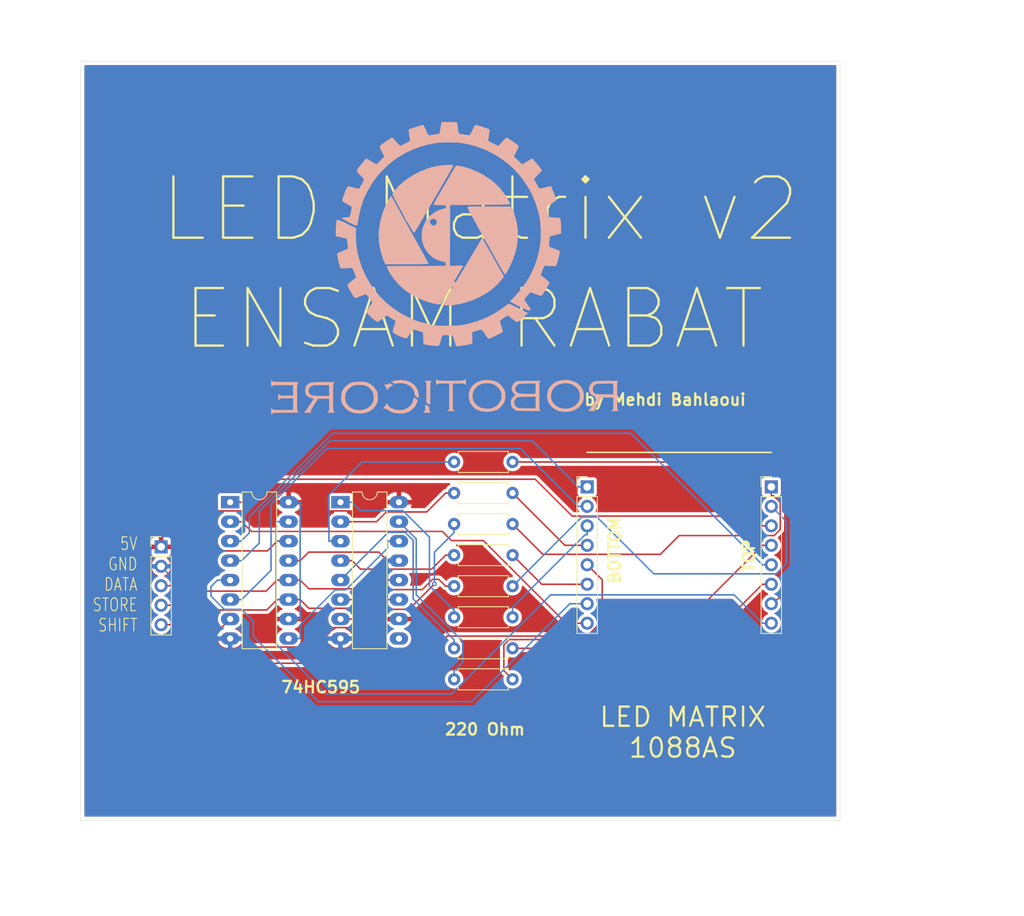
<source format=kicad_pcb>
(kicad_pcb (version 20240108) (generator "pcbnew") (generator_version "8.0")
  (layers (0 "F.Cu" signal) (31 "B.Cu" signal) (34 "B.Paste" user) (35 "F.Paste" user) (36 "B.SilkS" user "B.Silkscreen") (37 "F.SilkS" user "F.Silkscreen") (38 "B.Mask" user) (39 "F.Mask" user) (44 "Edge.Cuts" user))
  (net 0 "")
  (net 1 "Net-(Columns1-QB)")
  (net 2 "Net-(Columns1-QD)")
  (net 3 "Net-(Columns1-QH)")
  (net 4 "+5V")
  (net 5 "Net-(Columns1-QC)")
  (net 6 "GND")
  (net 7 "Net-(Columns1-SRCLK)")
  (net 8 "Net-(Columns1-QE)")
  (net 9 "Net-(Columns1-QG)")
  (net 10 "Net-(Columns1-RCLK)")
  (net 11 "Net-(Columns1-QF)")
  (net 12 "Net-(Columns1-SER)")
  (net 14 "Net-(Columns1-QA)")
  (net 15 "Net-(J1-Pin_3)")
  (net 16 "Net-(BOTTOM1-Pin_3)")
  (net 17 "Net-(BOTTOM1-Pin_7)")
  (net 18 "Net-(BOTTOM1-Pin_2)")
  (net 19 "Net-(BOTTOM1-Pin_8)")
  (net 20 "Net-(BOTTOM1-Pin_5)")
  (net 21 "Net-(BOTTOM1-Pin_1)")
  (net 22 "Net-(BOTTOM1-Pin_6)")
  (net 23 "Net-(BOTTOM1-Pin_4)")
  (net 24 "Net-(TOP1-Pin_4)")
  (net 25 "Net-(TOP1-Pin_7)")
  (net 26 "Net-(TOP1-Pin_6)")
  (net 27 "Net-(TOP1-Pin_2)")
  (net 28 "Net-(TOP1-Pin_1)")
  (net 29 "Net-(Rows1-QD)")
  (net 30 "Net-(Rows1-QA)")
  (net 31 "Net-(Rows1-QB)")
  (footprint "Connector_PinHeader_2.54mm:PinHeader_1x08_P2.54mm_Vertical" (layer "F.Cu") (at 147.04 115.5)
    (property "Reference" "TOP1" (hide yes))
    (property "Value" "Conn_01x08_Pin" (hide yes))
    (pad "1" thru_hole rect (at 0 0) (size 1.7 1.7) (drill 1) (layers "*.Cu" "*.Mask") (net 28 "Net-(TOP1-Pin_1)"))
    (pad "2" thru_hole oval (at 0 2.54) (size 1.7 1.7) (drill 1) (layers "*.Cu" "*.Mask") (net 27 "Net-(TOP1-Pin_2)"))
    (pad "3" thru_hole oval (at 0 5.08) (size 1.7 1.7) (drill 1) (layers "*.Cu" "*.Mask") (net 31 "Net-(Rows1-QB)"))
    (pad "4" thru_hole oval (at 0 7.62) (size 1.7 1.7) (drill 1) (layers "*.Cu" "*.Mask") (net 24 "Net-(TOP1-Pin_4)"))
    (pad "5" thru_hole oval (at 0 10.16) (size 1.7 1.7) (drill 1) (layers "*.Cu" "*.Mask") (net 29 "Net-(Rows1-QD)"))
    (pad "6" thru_hole oval (at 0 12.7) (size 1.7 1.7) (drill 1) (layers "*.Cu" "*.Mask") (net 26 "Net-(TOP1-Pin_6)"))
    (pad "7" thru_hole oval (at 0 15.24) (size 1.7 1.7) (drill 1) (layers "*.Cu" "*.Mask") (net 25 "Net-(TOP1-Pin_7)"))
    (pad "8" thru_hole oval (at 0 17.78) (size 1.7 1.7) (drill 1) (layers "*.Cu" "*.Mask") (net 30 "Net-(Rows1-QA)"))
  )
  (footprint "Resistor_THT:R_Axial_DIN0207_L6.3mm_D2.5mm_P7.62mm_Horizontal" (layer "F.Cu") (at 113.31 132.5 180)
    (property "Reference" "R2" (hide yes))
    (property "Value" "R" (hide yes))
    (pad "1" thru_hole circle (at 0 0 180) (size 1.6 1.6) (drill 0.8) (layers "*.Cu" "*.Mask") (net 16 "Net-(BOTTOM1-Pin_3)"))
    (pad "2" thru_hole oval (at 7.62 0 180) (size 1.6 1.6) (drill 0.8) (layers "*.Cu" "*.Mask") (net 1 "Net-(Columns1-QB)"))
  )
  (footprint "Resistor_THT:R_Axial_DIN0207_L6.3mm_D2.5mm_P7.62mm_Horizontal" (layer "F.Cu") (at 113.31 124.4 180)
    (property "Reference" "R5" (hide yes))
    (property "Value" "R" (hide yes))
    (pad "1" thru_hole circle (at 0 0 180) (size 1.6 1.6) (drill 0.8) (layers "*.Cu" "*.Mask") (net 22 "Net-(BOTTOM1-Pin_6)"))
    (pad "2" thru_hole oval (at 7.62 0 180) (size 1.6 1.6) (drill 0.8) (layers "*.Cu" "*.Mask") (net 8 "Net-(Columns1-QE)"))
  )
  (footprint "Resistor_THT:R_Axial_DIN0207_L6.3mm_D2.5mm_P7.62mm_Horizontal" (layer "F.Cu") (at 113.31 136.55 180)
    (property "Reference" "R6" (hide yes))
    (property "Value" "R" (hide yes))
    (pad "1" thru_hole circle (at 0 0 180) (size 1.6 1.6) (drill 0.8) (layers "*.Cu" "*.Mask") (net 26 "Net-(TOP1-Pin_6)"))
    (pad "2" thru_hole oval (at 7.62 0 180) (size 1.6 1.6) (drill 0.8) (layers "*.Cu" "*.Mask") (net 11 "Net-(Columns1-QF)"))
  )
  (footprint "Resistor_THT:R_Axial_DIN0207_L6.3mm_D2.5mm_P7.62mm_Horizontal" (layer "F.Cu") (at 113.31 120.35 180)
    (property "Reference" "R8" (hide yes))
    (property "Value" "R" (hide yes))
    (pad "1" thru_hole circle (at 0 0 180) (size 1.6 1.6) (drill 0.8) (layers "*.Cu" "*.Mask") (net 28 "Net-(TOP1-Pin_1)"))
    (pad "2" thru_hole oval (at 7.62 0 180) (size 1.6 1.6) (drill 0.8) (layers "*.Cu" "*.Mask") (net 3 "Net-(Columns1-QH)"))
  )
  (footprint "Package_DIP:DIP-16_W7.62mm_LongPads" (layer "F.Cu") (at 76.5 117.5)
    (property "Reference" "Rows1" (hide yes))
    (property "Value" "74HC595" (hide yes))
    (pad "1" thru_hole rect (at 0 0) (size 2.4 1.6) (drill 0.8) (layers "*.Cu" "*.Mask") (net 31 "Net-(Rows1-QB)"))
    (pad "2" thru_hole oval (at 0 2.54) (size 2.4 1.6) (drill 0.8) (layers "*.Cu" "*.Mask") (net 19 "Net-(BOTTOM1-Pin_8)"))
    (pad "3" thru_hole oval (at 0 5.08) (size 2.4 1.6) (drill 0.8) (layers "*.Cu" "*.Mask") (net 29 "Net-(Rows1-QD)"))
    (pad "4" thru_hole oval (at 0 7.62) (size 2.4 1.6) (drill 0.8) (layers "*.Cu" "*.Mask") (net 21 "Net-(BOTTOM1-Pin_1)"))
    (pad "5" thru_hole oval (at 0 10.16) (size 2.4 1.6) (drill 0.8) (layers "*.Cu" "*.Mask") (net 17 "Net-(BOTTOM1-Pin_7)"))
    (pad "6" thru_hole oval (at 0 12.7) (size 2.4 1.6) (drill 0.8) (layers "*.Cu" "*.Mask") (net 18 "Net-(BOTTOM1-Pin_2)"))
    (pad "7" thru_hole oval (at 0 15.24) (size 2.4 1.6) (drill 0.8) (layers "*.Cu" "*.Mask") (net 20 "Net-(BOTTOM1-Pin_5)"))
    (pad "8" thru_hole oval (at 0 17.78) (size 2.4 1.6) (drill 0.8) (layers "*.Cu" "*.Mask") (net 6 "GND"))
    (pad "9" thru_hole oval (at 7.62 17.78) (size 2.4 1.6) (drill 0.8) (layers "*.Cu" "*.Mask") (net 12 "Net-(Columns1-SER)"))
    (pad "10" thru_hole oval (at 7.62 15.24) (size 2.4 1.6) (drill 0.8) (layers "*.Cu" "*.Mask") (net 4 "+5V"))
    (pad "11" thru_hole oval (at 7.62 12.7) (size 2.4 1.6) (drill 0.8) (layers "*.Cu" "*.Mask") (net 7 "Net-(Columns1-SRCLK)"))
    (pad "12" thru_hole oval (at 7.62 10.16) (size 2.4 1.6) (drill 0.8) (layers "*.Cu" "*.Mask") (net 10 "Net-(Columns1-RCLK)"))
    (pad "13" thru_hole oval (at 7.62 7.62) (size 2.4 1.6) (drill 0.8) (layers "*.Cu" "*.Mask") (net 6 "GND"))
    (pad "14" thru_hole oval (at 7.62 5.08) (size 2.4 1.6) (drill 0.8) (layers "*.Cu" "*.Mask") (net 15 "Net-(J1-Pin_3)"))
    (pad "15" thru_hole oval (at 7.62 2.54) (size 2.4 1.6) (drill 0.8) (layers "*.Cu" "*.Mask") (net 30 "Net-(Rows1-QA)"))
    (pad "16" thru_hole oval (at 7.62 0) (size 2.4 1.6) (drill 0.8) (layers "*.Cu" "*.Mask") (net 4 "+5V"))
  )
  (footprint "Connector_PinHeader_2.54mm:PinHeader_1x05_P2.54mm_Vertical" (layer "F.Cu") (at 67.5 123.3191)
    (property "Reference" "J1" (hide yes))
    (property "Value" "Conn_01x05_Pin" (hide yes))
    (pad "1" thru_hole rect (at 0 0) (size 1.7 1.7) (drill 1) (layers "*.Cu" "*.Mask") (net 4 "+5V"))
    (pad "2" thru_hole oval (at 0 2.54) (size 1.7 1.7) (drill 1) (layers "*.Cu" "*.Mask") (net 6 "GND"))
    (pad "3" thru_hole oval (at 0 5.08) (size 1.7 1.7) (drill 1) (layers "*.Cu" "*.Mask") (net 15 "Net-(J1-Pin_3)"))
    (pad "4" thru_hole oval (at 0 7.62) (size 1.7 1.7) (drill 1) (layers "*.Cu" "*.Mask") (net 10 "Net-(Columns1-RCLK)"))
    (pad "5" thru_hole oval (at 0 10.16) (size 1.7 1.7) (drill 1) (layers "*.Cu" "*.Mask") (net 7 "Net-(Columns1-SRCLK)"))
  )
  (footprint "Resistor_THT:R_Axial_DIN0207_L6.3mm_D2.5mm_P7.62mm_Horizontal" (layer "F.Cu") (at 113.31 112.25 180)
    (property "Reference" "R4" (hide yes))
    (property "Value" "R" (hide yes))
    (pad "1" thru_hole circle (at 0 0 180) (size 1.6 1.6) (drill 0.8) (layers "*.Cu" "*.Mask") (net 25 "Net-(TOP1-Pin_7)"))
    (pad "2" thru_hole oval (at 7.62 0 180) (size 1.6 1.6) (drill 0.8) (layers "*.Cu" "*.Mask") (net 2 "Net-(Columns1-QD)"))
  )
  (footprint "Package_DIP:DIP-16_W7.62mm_LongPads" (layer "F.Cu") (at 90.88 117.5)
    (property "Reference" "Columns1" (hide yes))
    (property "Value" "74HC595" (hide yes))
    (pad "1" thru_hole rect (at 0 0) (size 2.4 1.6) (drill 0.8) (layers "*.Cu" "*.Mask") (net 1 "Net-(Columns1-QB)"))
    (pad "2" thru_hole oval (at 0 2.54) (size 2.4 1.6) (drill 0.8) (layers "*.Cu" "*.Mask") (net 5 "Net-(Columns1-QC)"))
    (pad "3" thru_hole oval (at 0 5.08) (size 2.4 1.6) (drill 0.8) (layers "*.Cu" "*.Mask") (net 2 "Net-(Columns1-QD)"))
    (pad "4" thru_hole oval (at 0 7.62) (size 2.4 1.6) (drill 0.8) (layers "*.Cu" "*.Mask") (net 8 "Net-(Columns1-QE)"))
    (pad "5" thru_hole oval (at 0 10.16) (size 2.4 1.6) (drill 0.8) (layers "*.Cu" "*.Mask") (net 11 "Net-(Columns1-QF)"))
    (pad "6" thru_hole oval (at 0 12.7) (size 2.4 1.6) (drill 0.8) (layers "*.Cu" "*.Mask") (net 9 "Net-(Columns1-QG)"))
    (pad "7" thru_hole oval (at 0 15.24) (size 2.4 1.6) (drill 0.8) (layers "*.Cu" "*.Mask") (net 3 "Net-(Columns1-QH)"))
    (pad "8" thru_hole oval (at 0 17.78) (size 2.4 1.6) (drill 0.8) (layers "*.Cu" "*.Mask") (net 6 "GND"))
    (pad "9" thru_hole oval (at 7.62 17.78) (size 2.4 1.6) (drill 0.8) (layers "*.Cu" "*.Mask"))
    (pad "10" thru_hole oval (at 7.62 15.24) (size 2.4 1.6) (drill 0.8) (layers "*.Cu" "*.Mask") (net 4 "+5V"))
    (pad "11" thru_hole oval (at 7.62 12.7) (size 2.4 1.6) (drill 0.8) (layers "*.Cu" "*.Mask") (net 7 "Net-(Columns1-SRCLK)"))
    (pad "12" thru_hole oval (at 7.62 10.16) (size 2.4 1.6) (drill 0.8) (layers "*.Cu" "*.Mask") (net 10 "Net-(Columns1-RCLK)"))
    (pad "13" thru_hole oval (at 7.62 7.62) (size 2.4 1.6) (drill 0.8) (layers "*.Cu" "*.Mask") (net 6 "GND"))
    (pad "14" thru_hole oval (at 7.62 5.08) (size 2.4 1.6) (drill 0.8) (layers "*.Cu" "*.Mask") (net 12 "Net-(Columns1-SER)"))
    (pad "15" thru_hole oval (at 7.62 2.54) (size 2.4 1.6) (drill 0.8) (layers "*.Cu" "*.Mask") (net 14 "Net-(Columns1-QA)"))
    (pad "16" thru_hole oval (at 7.62 0) (size 2.4 1.6) (drill 0.8) (layers "*.Cu" "*.Mask") (net 4 "+5V"))
  )
  (footprint "Connector_PinHeader_2.54mm:PinHeader_1x08_P2.54mm_Vertical" (layer "F.Cu") (at 123.04 115.5)
    (property "Reference" "BOTTOM1" (hide yes))
    (property "Value" "Conn_01x08_Pin" (hide yes))
    (pad "1" thru_hole rect (at 0 0) (size 1.7 1.7) (drill 1) (layers "*.Cu" "*.Mask") (net 21 "Net-(BOTTOM1-Pin_1)"))
    (pad "2" thru_hole oval (at 0 2.54) (size 1.7 1.7) (drill 1) (layers "*.Cu" "*.Mask") (net 18 "Net-(BOTTOM1-Pin_2)"))
    (pad "3" thru_hole oval (at 0 5.08) (size 1.7 1.7) (drill 1) (layers "*.Cu" "*.Mask") (net 16 "Net-(BOTTOM1-Pin_3)"))
    (pad "4" thru_hole oval (at 0 7.62) (size 1.7 1.7) (drill 1) (layers "*.Cu" "*.Mask") (net 23 "Net-(BOTTOM1-Pin_4)"))
    (pad "5" thru_hole oval (at 0 10.16) (size 1.7 1.7) (drill 1) (layers "*.Cu" "*.Mask") (net 20 "Net-(BOTTOM1-Pin_5)"))
    (pad "6" thru_hole oval (at 0 12.7) (size 1.7 1.7) (drill 1) (layers "*.Cu" "*.Mask") (net 22 "Net-(BOTTOM1-Pin_6)"))
    (pad "7" thru_hole oval (at 0 15.24) (size 1.7 1.7) (drill 1) (layers "*.Cu" "*.Mask") (net 17 "Net-(BOTTOM1-Pin_7)"))
    (pad "8" thru_hole oval (at 0 17.78) (size 1.7 1.7) (drill 1) (layers "*.Cu" "*.Mask") (net 19 "Net-(BOTTOM1-Pin_8)"))
  )
  (footprint "Resistor_THT:R_Axial_DIN0207_L6.3mm_D2.5mm_P7.62mm_Horizontal" (layer "F.Cu") (at 113.31 128.45 180)
    (property "Reference" "R7" (hide yes))
    (property "Value" "R" (hide yes))
    (pad "1" thru_hole circle (at 0 0 180) (size 1.6 1.6) (drill 0.8) (layers "*.Cu" "*.Mask") (net 27 "Net-(TOP1-Pin_2)"))
    (pad "2" thru_hole oval (at 7.62 0 180) (size 1.6 1.6) (drill 0.8) (layers "*.Cu" "*.Mask") (net 9 "Net-(Columns1-QG)"))
  )
  (footprint "Resistor_THT:R_Axial_DIN0207_L6.3mm_D2.5mm_P7.62mm_Horizontal" (layer "F.Cu") (at 113.31 116.3 180)
    (property "Reference" "R3" (hide yes))
    (property "Value" "R" (hide yes))
    (pad "1" thru_hole circle (at 0 0 180) (size 1.6 1.6) (drill 0.8) (layers "*.Cu" "*.Mask") (net 23 "Net-(BOTTOM1-Pin_4)"))
    (pad "2" thru_hole oval (at 7.62 0 180) (size 1.6 1.6) (drill 0.8) (layers "*.Cu" "*.Mask") (net 5 "Net-(Columns1-QC)"))
  )
  (footprint "Resistor_THT:R_Axial_DIN0207_L6.3mm_D2.5mm_P7.62mm_Horizontal" (layer "F.Cu") (at 113.31 140.6 180)
    (property "Reference" "R1" (hide yes))
    (property "Value" "R" (hide yes))
    (pad "1" thru_hole circle (at 0 0 180) (size 1.6 1.6) (drill 0.8) (layers "*.Cu" "*.Mask") (net 24 "Net-(TOP1-Pin_4)"))
    (pad "2" thru_hole oval (at 7.62 0 180) (size 1.6 1.6) (drill 0.8) (layers "*.Cu" "*.Mask") (net 14 "Net-(Columns1-QA)"))
  )
  (footprint "Desktop:RobotiCore" (layer "B.Cu") (at 105.204107 89.503491 180)
    (property "Reference" "G***" (at 0 0 0) (layer "B.SilkS") (effects (font (size 1.5 1.5) (thickness 0.3)) (justify mirror)))
    (property "Value" "LOGO" (hide yes))
  )
  (gr_line (start 123.04 111.00005) (end 147.04 111.00005) (stroke (width 0.2)) (layer "F.SilkS"))
  (gr_rect (start 57 60) (end 156 159) (stroke (width 0.05)) (fill none) (layer "Edge.Cuts"))
  (gr_text "BOTTOM" (at 127.5 128.2759 90) (layer "F.SilkS") (effects (font (size 1.5 1.5) (thickness 0.3) (bold yes)) (justify left bottom)))
  (gr_text "LED MATRIX\n1088AS" (at 135.5 151 0) (layer "F.SilkS") (effects (font (size 2.5 2.5) (thickness 0.3) (bold yes)) (justify bottom)))
  (gr_text "LED Matrix v2\n" (at 67 84 0) (layer "F.SilkS") (effects (font (size 8 8) (thickness 0.3) (bold yes)) (justify left bottom)))
  (gr_text "74HC595" (at 83 142.5 0) (layer "F.SilkS") (effects (font (size 1.5 1.5) (thickness 0.3) (bold yes)) (justify left bottom)))
  (gr_text "TOP" (at 145 126.7759 90) (layer "F.SilkS") (effects (font (size 1.5 1.5) (thickness 0.3) (bold yes)) (justify left bottom)))
  (gr_text "by Mehdi Bahlaoui" (at 122.5 105 0) (layer "F.SilkS") (effects (font (size 1.5 1.5) (thickness 0.3) (bold yes)) (justify left bottom)))
  (gr_text "220 Ohm\n" (at 104.335 148 0) (layer "F.SilkS") (effects (font (size 1.5 1.5) (thickness 0.3) (bold yes)) (justify left bottom)))
  (gr_text "ENSAM RABAT" (at 70 98 0) (layer "F.SilkS") (effects (font (size 7.5 7.5) (thickness 0.3) (bold yes)) (justify left bottom)))
  (gr_text "5V\nGND\nDATA\nSTORE\nSHIFT" (at 64.5 134.5 0) (layer "F.SilkS") (effects (font (size 1.65 1.25) (thickness 0.125)) (justify right bottom)))
  (segment (start 105.4617 131.3983) (end 105.69 131.3983) (width 0.2) (layer "B.Cu") (net 1))
  (segment (start 102.4766 122.0552) (end 102.4766 128.4132) (width 0.2) (layer "B.Cu") (net 1))
  (segment (start 92.3817 117.5) (end 93.4834 118.6017) (width 0.2) (layer "B.Cu") (net 1))
  (segment (start 102.4766 128.4132) (end 105.4617 131.3983) (width 0.2) (layer "B.Cu") (net 1))
  (segment (start 105.69 132.5) (end 105.69 131.3983) (width 0.2) (layer "B.Cu") (net 1))
  (segment (start 93.4834 118.6017) (end 99.0231 118.6017) (width 0.2) (layer "B.Cu") (net 1))
  (segment (start 90.88 117.5) (end 92.3817 117.5) (width 0.2) (layer "B.Cu") (net 1))
  (segment (start 99.0231 118.6017) (end 102.4766 122.0552) (width 0.2) (layer "B.Cu") (net 1))
  (segment (start 89.3783 122.58) (end 89.3783 116.5475) (width 0.2) (layer "B.Cu") (net 2))
  (segment (start 93.6758 112.25) (end 104.5883 112.25) (width 0.2) (layer "B.Cu") (net 2))
  (segment (start 89.3783 116.5475) (end 93.6758 112.25) (width 0.2) (layer "B.Cu") (net 2))
  (segment (start 105.69 112.25) (end 104.5883 112.25) (width 0.2) (layer "B.Cu") (net 2))
  (segment (start 90.88 122.58) (end 89.3783 122.58) (width 0.2) (layer "B.Cu") (net 2))
  (segment (start 90.88 132.74) (end 95.5839 132.74) (width 0.2) (layer "F.Cu") (net 3))
  (segment (start 95.5839 132.74) (end 96.8539 131.47) (width 0.2) (layer "F.Cu") (net 3))
  (segment (start 99.8178 131.47) (end 103.1318 128.156) (width 0.2) (layer "F.Cu") (net 3))
  (segment (start 96.8539 131.47) (end 99.8178 131.47) (width 0.2) (layer "F.Cu") (net 3))
  (via (at 103.1318 128.156) (size 0.6) (drill 0.3) (layers "F.Cu" "B.Cu") (net 3))
  (segment (start 103.1318 124.0099) (end 105.69 121.4517) (width 0.2) (layer "B.Cu") (net 3))
  (segment (start 103.1318 128.156) (end 103.1318 124.0099) (width 0.2) (layer "B.Cu") (net 3))
  (segment (start 105.69 120.35) (end 105.69 121.4517) (width 0.2) (layer "B.Cu") (net 3))
  (segment (start 68.6517 123.3191) (end 73.3424 118.6284) (width 0.2) (layer "F.Cu") (net 4))
  (segment (start 95.8872 133.8511) (end 86.7328 133.8511) (width 0.2) (layer "F.Cu") (net 4))
  (segment (start 81.4899 118.6284) (end 82.6183 117.5) (width 0.2) (layer "F.Cu") (net 4))
  (segment (start 67.5 123.3191) (end 68.6517 123.3191) (width 0.2) (layer "F.Cu") (net 4))
  (segment (start 73.3424 118.6284) (end 81.4899 118.6284) (width 0.2) (layer "F.Cu") (net 4))
  (segment (start 98.5 132.74) (end 96.9983 132.74) (width 0.2) (layer "F.Cu") (net 4))
  (segment (start 96.9983 132.74) (end 95.8872 133.8511) (width 0.2) (layer "F.Cu") (net 4))
  (segment (start 84.12 117.5) (end 82.6183 117.5) (width 0.2) (layer "F.Cu") (net 4))
  (segment (start 96.9983 117.5) (end 95.87 118.6283) (width 0.2) (layer "F.Cu") (net 4))
  (segment (start 95.87 118.6283) (end 86.75 118.6283) (width 0.2) (layer "F.Cu") (net 4))
  (segment (start 98.5 117.5) (end 96.9983 117.5) (width 0.2) (layer "F.Cu") (net 4))
  (segment (start 84.12 132.74) (end 85.6217 132.74) (width 0.2) (layer "F.Cu") (net 4))
  (segment (start 86.75 118.6283) (end 85.6217 117.5) (width 0.2) (layer "F.Cu") (net 4))
  (segment (start 84.12 117.5) (end 85.6217 117.5) (width 0.2) (layer "F.Cu") (net 4))
  (segment (start 86.7328 133.8511) (end 85.6217 132.74) (width 0.2) (layer "F.Cu") (net 4))
  (segment (start 84.12 132.74) (end 85.6217 132.74) (width 0.2) (layer "B.Cu") (net 4))
  (segment (start 85.6217 132.74) (end 85.6217 117.5) (width 0.2) (layer "B.Cu") (net 4))
  (segment (start 84.12 117.5) (end 85.6217 117.5) (width 0.2) (layer "B.Cu") (net 4))
  (segment (start 105.69 116.3) (end 104.5883 116.3) (width 0.2) (layer "F.Cu") (net 5))
  (segment (start 95.5839 120.04) (end 96.8539 118.77) (width 0.2) (layer "F.Cu") (net 5))
  (segment (start 90.88 120.04) (end 95.5839 120.04) (width 0.2) (layer "F.Cu") (net 5))
  (segment (start 102.1183 118.77) (end 104.5883 116.3) (width 0.2) (layer "F.Cu") (net 5))
  (segment (start 96.8539 118.77) (end 102.1183 118.77) (width 0.2) (layer "F.Cu") (net 5))
  (segment (start 95.8871 124.0088) (end 86.7329 124.0088) (width 0.2) (layer "F.Cu") (net 6))
  (segment (start 84.12 125.12) (end 85.6217 125.12) (width 0.2) (layer "F.Cu") (net 6))
  (segment (start 98.5 125.12) (end 96.9983 125.12) (width 0.2) (layer "F.Cu") (net 6))
  (segment (start 79.1098 136.3881) (end 78.0017 135.28) (width 0.2) (layer "F.Cu") (net 6))
  (segment (start 90.88 135.28) (end 89.3783 135.28) (width 0.2) (layer "F.Cu") (net 6))
  (segment (start 89.3783 135.28) (end 88.2702 136.3881) (width 0.2) (layer "F.Cu") (net 6))
  (segment (start 86.7329 124.0088) (end 85.6217 125.12) (width 0.2) (layer "F.Cu") (net 6))
  (segment (start 96.9983 125.12) (end 95.8871 124.0088) (width 0.2) (layer "F.Cu") (net 6))
  (segment (start 76.5 135.28) (end 78.0017 135.28) (width 0.2) (layer "F.Cu") (net 6))
  (segment (start 88.2702 136.3881) (end 79.1098 136.3881) (width 0.2) (layer "F.Cu") (net 6))
  (segment (start 72.5 130.8591) (end 72.5 133) (width 0.2) (layer "B.Cu") (net 6))
  (segment (start 67.5 125.8591) (end 72.5 130.8591) (width 0.2) (layer "B.Cu") (net 6))
  (segment (start 72.5 133) (end 74.78 135.28) (width 0.2) (layer "B.Cu") (net 6))
  (segment (start 96.9983 130.6634) (end 92.3817 135.28) (width 0.2) (layer "B.Cu") (net 6))
  (segment (start 98.5 125.12) (end 96.9983 125.12) (width 0.2) (layer "B.Cu") (net 6))
  (segment (start 96.9983 125.12) (end 96.9983 130.6634) (width 0.2) (layer "B.Cu") (net 6))
  (segment (start 90.88 135.28) (end 92.3817 135.28) (width 0.2) (layer "B.Cu") (net 6))
  (segment (start 74.78 135.28) (end 76.5 135.28) (width 0.2) (layer "B.Cu") (net 6))
  (segment (start 84.12 130.2) (end 82.6183 130.2) (width 0.2) (layer "F.Cu") (net 7))
  (segment (start 95.87 131.3283) (end 86.75 131.3283) (width 0.2) (layer "F.Cu") (net 7))
  (segment (start 81.2633 131.555) (end 82.6183 130.2) (width 0.2) (layer "F.Cu") (net 7))
  (segment (start 96.9983 130.2) (end 95.87 131.3283) (width 0.2) (layer "F.Cu") (net 7))
  (segment (start 70.5758 131.555) (end 81.2633 131.555) (width 0.2) (layer "F.Cu") (net 7))
  (segment (start 67.5 133.4791) (end 68.6517 133.4791) (width 0.2) (layer "F.Cu") (net 7))
  (segment (start 98.5 130.2) (end 96.9983 130.2) (width 0.2) (layer "F.Cu") (net 7))
  (segment (start 86.75 131.3283) (end 85.6217 130.2) (width 0.2) (layer "F.Cu") (net 7))
  (segment (start 68.6517 133.4791) (end 70.5758 131.555) (width 0.2) (layer "F.Cu") (net 7))
  (segment (start 84.12 130.2) (end 85.6217 130.2) (width 0.2) (layer "F.Cu") (net 7))
  (segment (start 105.69 124.4) (end 104.5883 124.4) (width 0.2) (layer "F.Cu") (net 8))
  (segment (start 102.76 126.2283) (end 104.5883 124.4) (width 0.2) (layer "F.Cu") (net 8))
  (segment (start 90.88 125.12) (end 92.3817 125.12) (width 0.2) (layer "F.Cu") (net 8))
  (segment (start 92.3817 125.12) (end 93.49 126.2283) (width 0.2) (layer "F.Cu") (net 8))
  (segment (start 93.49 126.2283) (end 102.76 126.2283) (width 0.2) (layer "F.Cu") (net 8))
  (segment (start 104.5883 128.45) (end 103.6926 127.5543) (width 0.2) (layer "F.Cu") (net 9))
  (segment (start 102.8827 127.5543) (end 101.5387 128.8983) (width 0.2) (layer "F.Cu") (net 9))
  (segment (start 105.69 128.45) (end 104.5883 128.45) (width 0.2) (layer "F.Cu") (net 9))
  (segment (start 96.8856 128.8983) (end 95.5839 130.2) (width 0.2) (layer "F.Cu") (net 9))
  (segment (start 95.5839 130.2) (end 90.88 130.2) (width 0.2) (layer "F.Cu") (net 9))
  (segment (start 101.5387 128.8983) (end 96.8856 128.8983) (width 0.2) (layer "F.Cu") (net 9))
  (segment (start 103.6926 127.5543) (end 102.8827 127.5543) (width 0.2) (layer "F.Cu") (net 9))
  (segment (start 98.5 127.66) (end 96.9983 127.66) (width 0.2) (layer "F.Cu") (net 10))
  (segment (start 96.9983 127.66) (end 95.8699 128.7884) (width 0.2) (layer "F.Cu") (net 10))
  (segment (start 84.12 127.66) (end 82.6183 127.66) (width 0.2) (layer "F.Cu") (net 10))
  (segment (start 68.6517 130.9391) (end 70.4925 129.0983) (width 0.2) (layer "F.Cu") (net 10))
  (segment (start 95.8699 128.7884) (end 86.7501 128.7884) (width 0.2) (layer "F.Cu") (net 10))
  (segment (start 81.18 129.0983) (end 82.6183 127.66) (width 0.2) (layer "F.Cu") (net 10))
  (segment (start 86.7501 128.7884) (end 85.6217 127.66) (width 0.2) (layer "F.Cu") (net 10))
  (segment (start 67.5 130.9391) (end 68.6517 130.9391) (width 0.2) (layer "F.Cu") (net 10))
  (segment (start 70.4925 129.0983) (end 81.18 129.0983) (width 0.2) (layer "F.Cu") (net 10))
  (segment (start 84.12 127.66) (end 85.6217 127.66) (width 0.2) (layer "F.Cu") (net 10))
  (segment (start 105.69 136.55) (end 105.69 135.4483) (width 0.2) (layer "B.Cu") (net 11))
  (segment (start 100.3545 130.1128) (end 105.69 135.4483) (width 0.2) (layer "B.Cu") (net 11))
  (segment (start 97.112 121.428) (end 99.3061 121.428) (width 0.2) (layer "B.Cu") (net 11))
  (segment (start 100.3545 122.4764) (end 100.3545 130.1128) (width 0.2) (layer "B.Cu") (net 11))
  (segment (start 99.3061 121.428) (end 100.3545 122.4764) (width 0.2) (layer "B.Cu") (net 11))
  (segment (start 90.88 127.66) (end 97.112 121.428) (width 0.2) (layer "B.Cu") (net 11))
  (segment (start 91.5869 128.93) (end 96.9983 123.5186) (width 0.2) (layer "B.Cu") (net 12))
  (segment (start 85.6217 135.28) (end 85.6217 133.4953) (width 0.2) (layer "B.Cu") (net 12))
  (segment (start 98.5 122.58) (end 96.9983 122.58) (width 0.2) (layer "B.Cu") (net 12))
  (segment (start 85.6217 133.4953) (end 90.187 128.93) (width 0.2) (layer "B.Cu") (net 12))
  (segment (start 96.9983 123.5186) (end 96.9983 122.58) (width 0.2) (layer "B.Cu") (net 12))
  (segment (start 84.12 135.28) (end 85.6217 135.28) (width 0.2) (layer "B.Cu") (net 12))
  (segment (start 90.187 128.93) (end 91.5869 128.93) (width 0.2) (layer "B.Cu") (net 12))
  (segment (start 98.5 120.04) (end 100.7562 122.2962) (width 0.2) (layer "B.Cu") (net 14))
  (segment (start 106.8124 135.6367) (end 106.8124 138.3759) (width 0.2) (layer "B.Cu") (net 14))
  (segment (start 105.69 140.6) (end 105.69 139.4983) (width 0.2) (layer "B.Cu") (net 14))
  (segment (start 106.8124 138.3759) (end 105.69 139.4983) (width 0.2) (layer "B.Cu") (net 14))
  (segment (start 100.7562 129.5805) (end 106.8124 135.6367) (width 0.2) (layer "B.Cu") (net 14))
  (segment (start 100.7562 122.2962) (end 100.7562 129.5805) (width 0.2) (layer "B.Cu") (net 14))
  (segment (start 84.12 122.58) (end 82.6183 122.58) (width 0.2) (layer "F.Cu") (net 15))
  (segment (start 68.6517 128.3991) (end 73.2008 123.85) (width 0.2) (layer "F.Cu") (net 15))
  (segment (start 81.3483 123.85) (end 82.6183 122.58) (width 0.2) (layer "F.Cu") (net 15))
  (segment (start 67.5 128.3991) (end 68.6517 128.3991) (width 0.2) (layer "F.Cu") (net 15))
  (segment (start 73.2008 123.85) (end 81.3483 123.85) (width 0.2) (layer "F.Cu") (net 15))
  (segment (start 113.31 131.1932) (end 122.7715 121.7317) (width 0.2) (layer "B.Cu") (net 16))
  (segment (start 123.04 120.58) (end 123.04 121.7317) (width 0.2) (layer "B.Cu") (net 16))
  (segment (start 122.7715 121.7317) (end 123.04 121.7317) (width 0.2) (layer "B.Cu") (net 16))
  (segment (start 113.31 132.5) (end 113.31 131.1932) (width 0.2) (layer "B.Cu") (net 16))
  (segment (start 75.7299 131.47) (end 77.97 131.47) (width 0.2) (layer "B.Cu") (net 17))
  (segment (start 79.5 135) (end 88 143.5) (width 0.2) (layer "B.Cu") (net 17))
  (segment (start 74 129.7401) (end 75.7299 131.47) (width 0.2) (layer "B.Cu") (net 17))
  (segment (start 77.97 131.47) (end 79.5 133) (width 0.2) (layer "B.Cu") (net 17))
  (segment (start 74 128.5) (end 74 129.7401) (width 0.2) (layer "B.Cu") (net 17))
  (segment (start 88 143.5) (end 108.0139 143.5) (width 0.2) (layer "B.Cu") (net 17))
  (segment (start 120.7739 130.74) (end 123.04 130.74) (width 0.2) (layer "B.Cu") (net 17))
  (segment (start 79.5 133) (end 79.5 135) (width 0.2) (layer "B.Cu") (net 17))
  (segment (start 74.84 127.66) (end 74 128.5) (width 0.2) (layer "B.Cu") (net 17))
  (segment (start 76.5 127.66) (end 74.84 127.66) (width 0.2) (layer "B.Cu") (net 17))
  (segment (start 108.0139 143.5) (end 120.7739 130.74) (width 0.2) (layer "B.Cu") (net 17))
  (segment (start 76.5 130.2) (end 78.0017 130.2) (width 0.2) (layer "B.Cu") (net 18))
  (segment (start 121.8883 118.04) (end 123.04 118.04) (width 0.2) (layer "B.Cu") (net 18))
  (segment (start 81.8282 117.7833) (end 89.1115 110.5) (width 0.2) (layer "B.Cu") (net 18))
  (segment (start 78.0017 130.2) (end 81.8282 126.3735) (width 0.2) (layer "B.Cu") (net 18))
  (segment (start 81.8282 126.3735) (end 81.8282 117.7833) (width 0.2) (layer "B.Cu") (net 18))
  (segment (start 89.1115 110.5) (end 114.3483 110.5) (width 0.2) (layer "B.Cu") (net 18))
  (segment (start 114.3483 110.5) (end 121.8883 118.04) (width 0.2) (layer "B.Cu") (net 18))
  (segment (start 109.5 122.5) (end 120.28 133.28) (width 0.2) (layer "F.Cu") (net 19))
  (segment (start 78.0017 120.04) (end 79.2717 121.31) (width 0.2) (layer "F.Cu") (net 19))
  (segment (start 104.156 121.31) (end 105.346 122.5) (width 0.2) (layer "F.Cu") (net 19))
  (segment (start 79.2717 121.31) (end 104.156 121.31) (width 0.2) (layer "F.Cu") (net 19))
  (segment (start 120.28 133.28) (end 123.04 133.28) (width 0.2) (layer "F.Cu") (net 19))
  (segment (start 76.5 120.04) (end 78.0017 120.04) (width 0.2) (layer "F.Cu") (net 19))
  (segment (start 105.346 122.5) (end 109.5 122.5) (width 0.2) (layer "F.Cu") (net 19))
  (segment (start 74 135.24) (end 74 136.5) (width 0.2) (layer "F.Cu") (net 20))
  (segment (start 76.5 132.74) (end 74 135.24) (width 0.2) (layer "F.Cu") (net 20))
  (segment (start 123.0419 134.9581) (end 125 133) (width 0.2) (layer "F.Cu") (net 20))
  (segment (start 104.7878 134.9581) (end 123.0419 134.9581) (width 0.2) (layer "F.Cu") (net 20))
  (segment (start 101.2459 138.5) (end 104.7878 134.9581) (width 0.2) (layer "F.Cu") (net 20))
  (segment (start 74 136.5) (end 76 138.5) (width 0.2) (layer "F.Cu") (net 20))
  (segment (start 76 138.5) (end 101.2459 138.5) (width 0.2) (layer "F.Cu") (net 20))
  (segment (start 125 127.62) (end 123.04 125.66) (width 0.2) (layer "F.Cu") (net 20))
  (segment (start 125 133) (end 125 127.62) (width 0.2) (layer "F.Cu") (net 20))
  (segment (start 80.2973 122.8244) (end 80.2973 118.6963) (width 0.2) (layer "B.Cu") (net 21))
  (segment (start 121.8883 115.5) (end 123.04 115.5) (width 0.2) (layer "B.Cu") (net 21))
  (segment (start 115.8883 109.5) (end 121.8883 115.5) (width 0.2) (layer "B.Cu") (net 21))
  (segment (start 80.2973 118.6963) (end 89.4936 109.5) (width 0.2) (layer "B.Cu") (net 21))
  (segment (start 89.4936 109.5) (end 115.8883 109.5) (width 0.2) (layer "B.Cu") (net 21))
  (segment (start 78.0017 125.12) (end 80.2973 122.8244) (width 0.2) (layer "B.Cu") (net 21))
  (segment (start 76.5 125.12) (end 78.0017 125.12) (width 0.2) (layer "B.Cu") (net 21))
  (segment (start 123.04 128.2) (end 121.8883 128.2) (width 0.2) (layer "F.Cu") (net 22))
  (segment (start 121.8883 128.2) (end 117.11 128.2) (width 0.2) (layer "F.Cu") (net 22))
  (segment (start 117.11 128.2) (end 113.31 124.4) (width 0.2) (layer "F.Cu") (net 22))
  (segment (start 120.13 123.12) (end 123.04 123.12) (width 0.2) (layer "F.Cu") (net 23))
  (segment (start 113.31 116.3) (end 120.13 123.12) (width 0.2) (layer "F.Cu") (net 23))
  (segment (start 112.1785 139.4685) (end 112.1785 136.1156) (width 0.2) (layer "F.Cu") (net 24))
  (segment (start 147.04 123.12) (end 145.8883 123.12) (width 0.2) (layer "F.Cu") (net 24))
  (segment (start 133.5936 135.4147) (end 145.8883 123.12) (width 0.2) (layer "F.Cu") (net 24))
  (segment (start 113.31 140.6) (end 112.1785 139.4685) (width 0.2) (layer "F.Cu") (net 24))
  (segment (start 112.1785 136.1156) (end 112.8794 135.4147) (width 0.2) (layer "F.Cu") (net 24))
  (segment (start 112.8794 135.4147) (end 133.5936 135.4147) (width 0.2) (layer "F.Cu") (net 24))
  (segment (start 147.75 112.25) (end 113.31 112.25) (width 0.2) (layer "F.Cu") (net 25))
  (segment (start 150 114.5) (end 147.75 112.25) (width 0.2) (layer "F.Cu") (net 25))
  (segment (start 150 128) (end 150 114.5) (width 0.2) (layer "F.Cu") (net 25))
  (segment (start 147.04 130.74) (end 147.26 130.74) (width 0.2) (layer "F.Cu") (net 25))
  (segment (start 147.26 130.74) (end 150 128) (width 0.2) (layer "F.Cu") (net 25))
  (segment (start 145.8883 128.2) (end 137.5383 136.55) (width 0.2) (layer "F.Cu") (net 26))
  (segment (start 137.5383 136.55) (end 113.31 136.55) (width 0.2) (layer "F.Cu") (net 26))
  (segment (start 147.04 128.2) (end 145.8883 128.2) (width 0.2) (layer "F.Cu") (net 26))
  (segment (start 122.3322 119.4278) (end 124.308 119.4278) (width 0.2) (layer "B.Cu") (net 27))
  (segment (start 131.7176 126.8374) (end 147.6626 126.8374) (width 0.2) (layer "B.Cu") (net 27))
  (segment (start 147.6626 126.8374) (end 149 125.5) (width 0.2) (layer "B.Cu") (net 27))
  (segment (start 113.31 128.45) (end 122.3322 119.4278) (width 0.2) (layer "B.Cu") (net 27))
  (segment (start 124.308 119.4278) (end 131.7176 126.8374) (width 0.2) (layer "B.Cu") (net 27))
  (segment (start 149 125.5) (end 149 120) (width 0.2) (layer "B.Cu") (net 27))
  (segment (start 149 120) (end 147.04 118.04) (width 0.2) (layer "B.Cu") (net 27))
  (segment (start 147.3279 116.6517) (end 148.199 117.5228) (width 0.2) (layer "F.Cu") (net 28))
  (segment (start 148.199 117.5228) (end 148.199 121.0582) (width 0.2) (layer "F.Cu") (net 28))
  (segment (start 148.199 121.0582) (end 147.4072 121.85) (width 0.2) (layer "F.Cu") (net 28))
  (segment (start 147.04 115.5) (end 147.04 116.6517) (width 0.2) (layer "F.Cu") (net 28))
  (segment (start 147.4072 121.85) (end 135.0175 121.85) (width 0.2) (layer "F.Cu") (net 28))
  (segment (start 117.2521 124.2921) (end 113.31 120.35) (width 0.2) (layer "F.Cu") (net 28))
  (segment (start 132.5754 124.2921) (end 117.2521 124.2921) (width 0.2) (layer "F.Cu") (net 28))
  (segment (start 147.04 116.6517) (end 147.3279 116.6517) (width 0.2) (layer "F.Cu") (net 28))
  (segment (start 135.0175 121.85) (end 132.5754 124.2921) (width 0.2) (layer "F.Cu") (net 28))
  (segment (start 89.8764 108.5) (end 128.7283 108.5) (width 0.2) (layer "B.Cu") (net 29))
  (segment (start 145.8883 125.66) (end 147.04 125.66) (width 0.2) (layer "B.Cu") (net 29))
  (segment (start 79 121.5) (end 79 119.3764) (width 0.2) (layer "B.Cu") (net 29))
  (segment (start 79 119.3764) (end 89.8764 108.5) (width 0.2) (layer "B.Cu") (net 29))
  (segment (start 128.7283 108.5) (end 145.8883 125.66) (width 0.2) (layer "B.Cu") (net 29))
  (segment (start 77.92 122.58) (end 79 121.5) (width 0.2) (layer "B.Cu") (net 29))
  (segment (start 76.5 122.58) (end 77.92 122.58) (width 0.2) (layer "B.Cu") (net 29))
  (segment (start 82.5 120.04) (end 84.12 120.04) (width 0.2) (layer "B.Cu") (net 30))
  (segment (start 118.2854 129.5791) (end 105.3645 142.5) (width 0.2) (layer "B.Cu") (net 30))
  (segment (start 82.5 136) (end 82.5 120.04) (width 0.2) (layer "B.Cu") (net 30))
  (segment (start 142.1874 129.5791) (end 118.2854 129.5791) (width 0.2) (layer "B.Cu") (net 30))
  (segment (start 89 142.5) (end 82.5 136) (width 0.2) (layer "B.Cu") (net 30))
  (segment (start 145.8883 133.28) (end 142.1874 129.5791) (width 0.2) (layer "B.Cu") (net 30))
  (segment (start 147.04 133.28) (end 145.8883 133.28) (width 0.2) (layer "B.Cu") (net 30))
  (segment (start 105.3645 142.5) (end 89 142.5) (width 0.2) (layer "B.Cu") (net 30))
  (segment (start 81.0017 114.5) (end 116.2653 114.5) (width 0.2) (layer "F.Cu") (net 31))
  (segment (start 116.2653 114.5) (end 121.0753 119.31) (width 0.2) (layer "F.Cu") (net 31))
  (segment (start 144.6183 119.31) (end 145.8883 120.58) (width 0.2) (layer "F.Cu") (net 31))
  (segment (start 145.8883 120.58) (end 147.04 120.58) (width 0.2) (layer "F.Cu") (net 31))
  (segment (start 78.0017 117.5) (end 81.0017 114.5) (width 0.2) (layer "F.Cu") (net 31))
  (segment (start 121.0753 119.31) (end 144.6183 119.31) (width 0.2) (layer "F.Cu") (net 31))
  (segment (start 76.5 117.5) (end 78.0017 117.5) (width 0.2) (layer "F.Cu") (net 31))
  (zone (net 4) (net_name "+5V") (layer "F.Cu") (name "GND") (priority 1) (connect_pads (clearance 0.4)) (min_thickness 0.25) (fill yes (thermal_gap 0.5) (thermal_bridge_width 0.6))
    (polygon (pts (xy 46.5 52) (xy 180 52.5) (xy 170 171.5) (xy 46.5 169)))
  )
  (zone (net 6) (net_name "GND") (layer "B.Cu") (name "GND") (connect_pads (clearance 0.4)) (min_thickness 0.25) (fill yes (thermal_gap 0.5) (thermal_bridge_width 0.6))
    (polygon (pts (xy 50.5 57.5) (xy 166 57.5) (xy 166 166.5) (xy 50.5 166.5)))
  )
)
</source>
